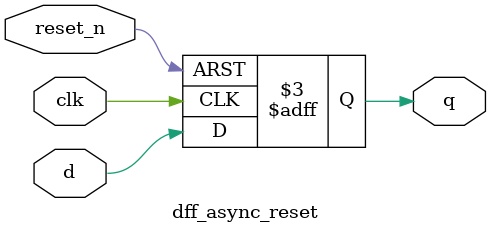
<source format=sv>
module dff_async_reset(input logic d, input logic clk, input logic reset_n, output logic q);

always_ff@(posedge clk or negedge reset_n)
    if (!reset_n)
        q <= 1'b0;
    else
        q <= d;

endmodule

</source>
